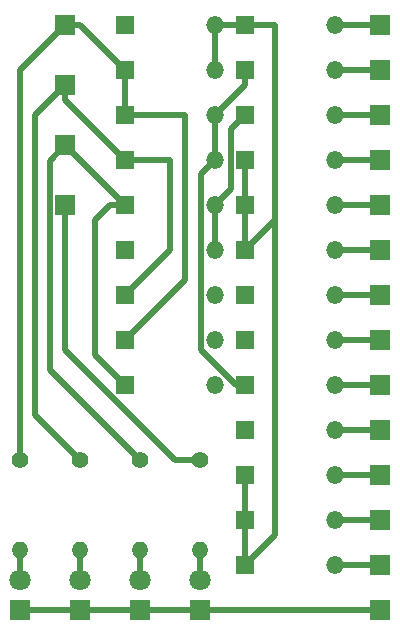
<source format=gbr>
%TF.GenerationSoftware,KiCad,Pcbnew,7.0.8*%
%TF.CreationDate,2023-10-13T11:08:27-07:00*%
%TF.ProjectId,alu_control,616c755f-636f-46e7-9472-6f6c2e6b6963,rev?*%
%TF.SameCoordinates,Original*%
%TF.FileFunction,Copper,L1,Top*%
%TF.FilePolarity,Positive*%
%FSLAX46Y46*%
G04 Gerber Fmt 4.6, Leading zero omitted, Abs format (unit mm)*
G04 Created by KiCad (PCBNEW 7.0.8) date 2023-10-13 11:08:27*
%MOMM*%
%LPD*%
G01*
G04 APERTURE LIST*
%TA.AperFunction,ComponentPad*%
%ADD10C,1.400000*%
%TD*%
%TA.AperFunction,ComponentPad*%
%ADD11O,1.400000X1.400000*%
%TD*%
%TA.AperFunction,ComponentPad*%
%ADD12R,1.700000X1.700000*%
%TD*%
%TA.AperFunction,ComponentPad*%
%ADD13R,1.800000X1.800000*%
%TD*%
%TA.AperFunction,ComponentPad*%
%ADD14C,1.800000*%
%TD*%
%TA.AperFunction,ComponentPad*%
%ADD15R,1.500000X1.500000*%
%TD*%
%TA.AperFunction,ComponentPad*%
%ADD16O,1.500000X1.500000*%
%TD*%
%TA.AperFunction,Conductor*%
%ADD17C,0.500000*%
%TD*%
G04 APERTURE END LIST*
D10*
%TO.P,1K,1*%
%TO.N,Net-(D13-K)*%
X41275000Y-65405000D03*
D11*
%TO.P,1K,2*%
%TO.N,Net-(D26-A)*%
X41275000Y-73025000D03*
%TD*%
D10*
%TO.P,1K,1*%
%TO.N,Net-(D12-K)*%
X36195000Y-65405000D03*
D11*
%TO.P,1K,2*%
%TO.N,Net-(D25-A)*%
X36195000Y-73025000D03*
%TD*%
D10*
%TO.P,1K,1*%
%TO.N,Net-(D11-K)*%
X31115000Y-65405000D03*
D11*
%TO.P,1K,2*%
%TO.N,Net-(D24-A)*%
X31115000Y-73025000D03*
%TD*%
D10*
%TO.P,1K,1*%
%TO.N,Net-(D10-K)*%
X26035000Y-65405000D03*
D11*
%TO.P,1K,2*%
%TO.N,Net-(D23-A)*%
X26035000Y-73025000D03*
%TD*%
D12*
%TO.P,GND,1,Pin_1*%
%TO.N,GND*%
X56515000Y-78105000D03*
%TD*%
D13*
%TO.P,D26,1,K*%
%TO.N,GND*%
X41275000Y-78105000D03*
D14*
%TO.P,D26,2,A*%
%TO.N,Net-(D26-A)*%
X41275000Y-75565000D03*
%TD*%
D13*
%TO.P,D25,1,K*%
%TO.N,GND*%
X36195000Y-78105000D03*
D14*
%TO.P,D25,2,A*%
%TO.N,Net-(D25-A)*%
X36195000Y-75565000D03*
%TD*%
D13*
%TO.P,D24,1,K*%
%TO.N,GND*%
X31115000Y-78105000D03*
D14*
%TO.P,D24,2,A*%
%TO.N,Net-(D24-A)*%
X31115000Y-75565000D03*
%TD*%
D13*
%TO.P,D23,1,K*%
%TO.N,GND*%
X26035000Y-78105000D03*
D14*
%TO.P,D23,2,A*%
%TO.N,Net-(D23-A)*%
X26035000Y-75565000D03*
%TD*%
D12*
%TO.P,XOR,1,Pin_1*%
%TO.N,Net-(D18-A)*%
X56515000Y-55245000D03*
%TD*%
%TO.P,XNOR,1,Pin_1*%
%TO.N,Net-(D16-A)*%
X56515000Y-51435000D03*
%TD*%
%TO.P,STOC,1,Pin_1*%
%TO.N,Net-(D3-A)*%
X56515000Y-43815000D03*
%TD*%
%TO.P,STO,1,Pin_1*%
%TO.N,Net-(D2-A)*%
X56515000Y-40005000D03*
%TD*%
%TO.P,SKZ,1,Pin_1*%
%TO.N,Net-(D6-A)*%
X56515000Y-70485000D03*
%TD*%
%TO.P,RET,1,Pin_1*%
%TO.N,Net-(D7-A)*%
X56515000Y-74295000D03*
%TD*%
%TO.P,OR,1,Pin_1*%
%TO.N,Net-(D22-A)*%
X56515000Y-62865000D03*
%TD*%
%TO.P,11_BAR,1,Pin_1*%
%TO.N,Net-(D13-K)*%
X29845000Y-43815000D03*
%TD*%
%TO.P,10_BAR,1,Pin_1*%
%TO.N,Net-(D12-K)*%
X29845000Y-38735000D03*
%TD*%
%TO.P,01_BAR,1,Pin_1*%
%TO.N,Net-(D11-K)*%
X29845000Y-33655000D03*
%TD*%
%TO.P,00_BAR,1,Pin_1*%
%TO.N,Net-(D10-K)*%
X29845000Y-28575000D03*
%TD*%
%TO.P,OEN,1,Pin_1*%
%TO.N,Net-(D4-A)*%
X56515000Y-47625000D03*
%TD*%
%TO.P,NOP,1,Pin_1*%
%TO.N,Net-(D1-A)*%
X56515000Y-28575000D03*
%TD*%
%TO.P,LDC,1,Pin_1*%
%TO.N,Net-(D15-A)*%
X56515000Y-36195000D03*
%TD*%
%TO.P,LD,1,Pin_1*%
%TO.N,Net-(D14-A)*%
X56515000Y-32385000D03*
%TD*%
%TO.P,JMP,1,Pin_1*%
%TO.N,Net-(D5-A)*%
X56515000Y-66675000D03*
%TD*%
D15*
%TO.P,D22,1,K*%
%TO.N,Net-(D10-K)*%
X45085000Y-62865000D03*
D16*
%TO.P,D22,2,A*%
%TO.N,Net-(D22-A)*%
X52705000Y-62865000D03*
%TD*%
D15*
%TO.P,D21,1,K*%
%TO.N,Net-(D12-K)*%
X34925000Y-59055000D03*
D16*
%TO.P,D21,2,A*%
%TO.N,Net-(AND1-Pin_1)*%
X42545000Y-59055000D03*
%TD*%
D15*
%TO.P,D20,1,K*%
%TO.N,Net-(D10-A)*%
X45085000Y-59055000D03*
D16*
%TO.P,D20,2,A*%
%TO.N,Net-(AND1-Pin_1)*%
X52705000Y-59055000D03*
%TD*%
D15*
%TO.P,D19,1,K*%
%TO.N,Net-(D13-K)*%
X45085000Y-55245000D03*
D16*
%TO.P,D19,2,A*%
%TO.N,Net-(D18-A)*%
X52705000Y-55245000D03*
%TD*%
D15*
%TO.P,D18,1,K*%
%TO.N,Net-(D10-K)*%
X34925000Y-55245000D03*
D16*
%TO.P,D18,2,A*%
%TO.N,Net-(D18-A)*%
X42545000Y-55245000D03*
%TD*%
D15*
%TO.P,D17,1,K*%
%TO.N,Net-(D12-K)*%
X45085000Y-51435000D03*
D16*
%TO.P,D17,2,A*%
%TO.N,Net-(D16-A)*%
X52705000Y-51435000D03*
%TD*%
D15*
%TO.P,D16,1,K*%
%TO.N,Net-(D11-K)*%
X34925000Y-51435000D03*
D16*
%TO.P,D16,2,A*%
%TO.N,Net-(D16-A)*%
X42545000Y-51435000D03*
%TD*%
D15*
%TO.P,D15,1,K*%
%TO.N,Net-(D12-A)*%
X45085000Y-36195000D03*
D16*
%TO.P,D15,2,A*%
%TO.N,Net-(D15-A)*%
X52705000Y-36195000D03*
%TD*%
D15*
%TO.P,D14,1,K*%
%TO.N,Net-(D10-A)*%
X45085000Y-32385000D03*
D16*
%TO.P,D14,2,A*%
%TO.N,Net-(D14-A)*%
X52705000Y-32385000D03*
%TD*%
%TO.P,D13,2,A*%
%TO.N,Net-(D12-A)*%
X42545000Y-47625000D03*
D15*
%TO.P,D13,1,K*%
%TO.N,Net-(D13-K)*%
X34925000Y-47625000D03*
%TD*%
D16*
%TO.P,D12,2,A*%
%TO.N,Net-(D12-A)*%
X42540000Y-43815000D03*
D15*
%TO.P,D12,1,K*%
%TO.N,Net-(D12-K)*%
X34920000Y-43815000D03*
%TD*%
%TO.P,D11,1,K*%
%TO.N,Net-(D11-K)*%
X34925000Y-40005000D03*
D16*
%TO.P,D11,2,A*%
%TO.N,Net-(D10-A)*%
X42545000Y-40005000D03*
%TD*%
D15*
%TO.P,D10,1,K*%
%TO.N,Net-(D10-K)*%
X34920000Y-36195000D03*
D16*
%TO.P,D10,2,A*%
%TO.N,Net-(D10-A)*%
X42540000Y-36195000D03*
%TD*%
D15*
%TO.P,D9,1,K*%
%TO.N,Net-(D12-K)*%
X34920000Y-28575000D03*
D16*
%TO.P,D9,2,A*%
%TO.N,Net-(D1-K)*%
X42540000Y-28575000D03*
%TD*%
D15*
%TO.P,D8,1,K*%
%TO.N,Net-(D10-K)*%
X34925000Y-32385000D03*
D16*
%TO.P,D8,2,A*%
%TO.N,Net-(D1-K)*%
X42545000Y-32385000D03*
%TD*%
D15*
%TO.P,D7,1,K*%
%TO.N,Net-(D1-K)*%
X45085000Y-74295000D03*
D16*
%TO.P,D7,2,A*%
%TO.N,Net-(D7-A)*%
X52705000Y-74295000D03*
%TD*%
D15*
%TO.P,D6,1,K*%
%TO.N,Net-(D1-K)*%
X45085000Y-70485000D03*
D16*
%TO.P,D6,2,A*%
%TO.N,Net-(D6-A)*%
X52705000Y-70485000D03*
%TD*%
D15*
%TO.P,D5,1,K*%
%TO.N,Net-(D1-K)*%
X45085000Y-66675000D03*
D16*
%TO.P,D5,2,A*%
%TO.N,Net-(D5-A)*%
X52705000Y-66675000D03*
%TD*%
D15*
%TO.P,D4,1,K*%
%TO.N,Net-(D1-K)*%
X45085000Y-47625000D03*
D16*
%TO.P,D4,2,A*%
%TO.N,Net-(D4-A)*%
X52705000Y-47625000D03*
%TD*%
D15*
%TO.P,D3,1,K*%
%TO.N,Net-(D1-K)*%
X45085000Y-43815000D03*
D16*
%TO.P,D3,2,A*%
%TO.N,Net-(D3-A)*%
X52705000Y-43815000D03*
%TD*%
D15*
%TO.P,D2,1,K*%
%TO.N,Net-(D1-K)*%
X45085000Y-40005000D03*
D16*
%TO.P,D2,2,A*%
%TO.N,Net-(D2-A)*%
X52705000Y-40005000D03*
%TD*%
D15*
%TO.P,D1,1,K*%
%TO.N,Net-(D1-K)*%
X45080000Y-28575000D03*
D16*
%TO.P,D1,2,A*%
%TO.N,Net-(D1-A)*%
X52700000Y-28575000D03*
%TD*%
D12*
%TO.P,AND,1,Pin_1*%
%TO.N,Net-(AND1-Pin_1)*%
X56515000Y-59055000D03*
%TD*%
D17*
%TO.N,Net-(D2-A)*%
X56515000Y-40005000D02*
X52705000Y-40005000D01*
%TO.N,Net-(D25-A)*%
X36195000Y-73025000D02*
X36195000Y-75565000D01*
%TO.N,Net-(D11-K)*%
X29845000Y-33655000D02*
X27305000Y-36195000D01*
X27305000Y-36195000D02*
X27305000Y-61595000D01*
X27305000Y-61595000D02*
X31115000Y-65405000D01*
%TO.N,Net-(D13-K)*%
X41275000Y-65405000D02*
X39138604Y-65405000D01*
X39138604Y-65405000D02*
X29845000Y-56111396D01*
X29845000Y-56111396D02*
X29845000Y-43815000D01*
%TO.N,Net-(D12-K)*%
X36195000Y-65405000D02*
X28545000Y-57755000D01*
X28545000Y-57755000D02*
X28545000Y-40035000D01*
X28545000Y-40035000D02*
X29845000Y-38735000D01*
%TO.N,Net-(D10-K)*%
X26035000Y-65405000D02*
X26035000Y-32385000D01*
X26035000Y-32385000D02*
X29845000Y-28575000D01*
%TO.N,GND*%
X56515000Y-78105000D02*
X26035000Y-78105000D01*
%TO.N,Net-(D24-A)*%
X31115000Y-75565000D02*
X31115000Y-73025000D01*
%TO.N,Net-(D23-A)*%
X26035000Y-75565000D02*
X26035000Y-73025000D01*
%TO.N,Net-(D26-A)*%
X41275000Y-73025000D02*
X41275000Y-75565000D01*
%TO.N,Net-(D12-K)*%
X32385000Y-45085000D02*
X33655000Y-43815000D01*
X32385000Y-56515000D02*
X32385000Y-45085000D01*
X34920000Y-43815000D02*
X33655000Y-43815000D01*
X32385000Y-56515000D02*
X34925000Y-59055000D01*
X29845000Y-38735000D02*
X34920000Y-43810000D01*
X34920000Y-43810000D02*
X34920000Y-43815000D01*
%TO.N,Net-(D11-K)*%
X34925000Y-40005000D02*
X38735000Y-40005000D01*
X38735000Y-40005000D02*
X38735000Y-47625000D01*
X38735000Y-47625000D02*
X34925000Y-51435000D01*
X29845000Y-33655000D02*
X29845000Y-34925000D01*
X29845000Y-34925000D02*
X34925000Y-40005000D01*
%TO.N,Net-(D10-K)*%
X34920000Y-36195000D02*
X40005000Y-36195000D01*
X40005000Y-36195000D02*
X40005000Y-50165000D01*
X40005000Y-50165000D02*
X34925000Y-55245000D01*
X34925000Y-32385000D02*
X34925000Y-36190000D01*
X34925000Y-36190000D02*
X34920000Y-36195000D01*
X29845000Y-28575000D02*
X31115000Y-28575000D01*
X31115000Y-28575000D02*
X34925000Y-32385000D01*
%TO.N,Net-(D22-A)*%
X56515000Y-62865000D02*
X52705000Y-62865000D01*
%TO.N,Net-(AND1-Pin_1)*%
X52705000Y-59055000D02*
X56515000Y-59055000D01*
%TO.N,Net-(D10-A)*%
X45085000Y-59055000D02*
X44335000Y-59055000D01*
X44335000Y-59055000D02*
X41340000Y-56060000D01*
X41340000Y-56060000D02*
X41340000Y-41210000D01*
X41340000Y-41210000D02*
X42545000Y-40005000D01*
%TO.N,Net-(D18-A)*%
X52705000Y-55245000D02*
X56515000Y-55245000D01*
%TO.N,Net-(D16-A)*%
X56515000Y-51435000D02*
X52705000Y-51435000D01*
%TO.N,Net-(D12-A)*%
X42545000Y-47625000D02*
X42545000Y-43820000D01*
X42545000Y-43820000D02*
X42540000Y-43815000D01*
X42540000Y-43815000D02*
X43885000Y-42470000D01*
X43885000Y-42470000D02*
X43885000Y-37395000D01*
X43885000Y-37395000D02*
X45085000Y-36195000D01*
%TO.N,Net-(D10-A)*%
X42540000Y-36195000D02*
X42540000Y-40000000D01*
X42540000Y-40000000D02*
X42545000Y-40005000D01*
X45085000Y-32385000D02*
X45085000Y-33650000D01*
X45085000Y-33650000D02*
X42540000Y-36195000D01*
%TO.N,Net-(D1-K)*%
X47625000Y-45085000D02*
X47625000Y-71755000D01*
X47625000Y-71755000D02*
X45085000Y-74295000D01*
X45080000Y-28575000D02*
X47625000Y-28575000D01*
X47625000Y-28575000D02*
X47625000Y-45085000D01*
X47625000Y-45085000D02*
X45085000Y-47625000D01*
X42540000Y-28575000D02*
X45080000Y-28575000D01*
X42545000Y-32385000D02*
X42545000Y-28580000D01*
X42545000Y-28580000D02*
X42540000Y-28575000D01*
X45085000Y-66675000D02*
X45085000Y-74295000D01*
X45085000Y-47625000D02*
X45085000Y-40005000D01*
%TO.N,Net-(D3-A)*%
X52705000Y-43815000D02*
X56515000Y-43815000D01*
%TO.N,Net-(D4-A)*%
X56515000Y-47625000D02*
X52705000Y-47625000D01*
%TO.N,Net-(D5-A)*%
X52705000Y-66675000D02*
X56515000Y-66675000D01*
%TO.N,Net-(D6-A)*%
X56515000Y-70485000D02*
X52705000Y-70485000D01*
%TO.N,Net-(D7-A)*%
X52705000Y-74295000D02*
X56515000Y-74295000D01*
%TO.N,Net-(D15-A)*%
X52705000Y-36195000D02*
X56515000Y-36195000D01*
%TO.N,Net-(D14-A)*%
X56515000Y-32385000D02*
X52705000Y-32385000D01*
%TO.N,Net-(D1-A)*%
X52700000Y-28575000D02*
X56515000Y-28575000D01*
%TD*%
M02*

</source>
